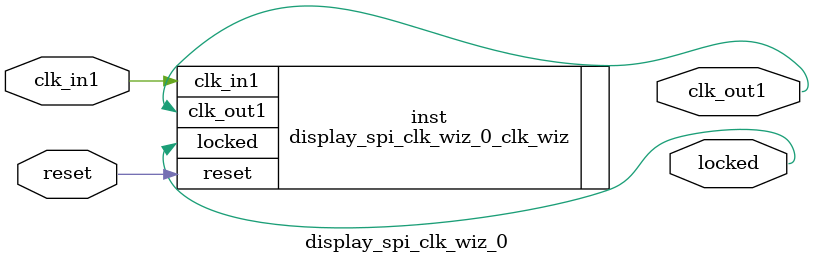
<source format=v>


`timescale 1ps/1ps

(* CORE_GENERATION_INFO = "display_spi_clk_wiz_0,clk_wiz_v6_0_5_0_0,{component_name=display_spi_clk_wiz_0,use_phase_alignment=true,use_min_o_jitter=false,use_max_i_jitter=false,use_dyn_phase_shift=false,use_inclk_switchover=false,use_dyn_reconfig=false,enable_axi=0,feedback_source=FDBK_AUTO,PRIMITIVE=MMCM,num_out_clk=1,clkin1_period=8.000,clkin2_period=10.000,use_power_down=false,use_reset=true,use_locked=true,use_inclk_stopped=false,feedback_type=SINGLE,CLOCK_MGR_TYPE=NA,manual_override=false}" *)

module display_spi_clk_wiz_0 
 (
  // Clock out ports
  output        clk_out1,
  // Status and control signals
  input         reset,
  output        locked,
 // Clock in ports
  input         clk_in1
 );

  display_spi_clk_wiz_0_clk_wiz inst
  (
  // Clock out ports  
  .clk_out1(clk_out1),
  // Status and control signals               
  .reset(reset), 
  .locked(locked),
 // Clock in ports
  .clk_in1(clk_in1)
  );

endmodule

</source>
